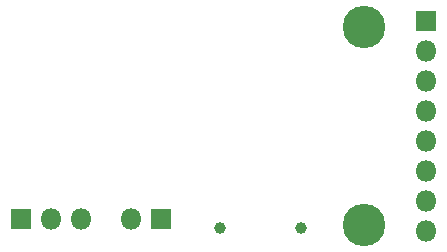
<source format=gbr>
%TF.GenerationSoftware,KiCad,Pcbnew,(5.1.6)-1*%
%TF.CreationDate,2021-08-02T23:36:40+08:00*%
%TF.ProjectId,wireless_measurement_ard,77697265-6c65-4737-935f-6d6561737572,rev?*%
%TF.SameCoordinates,Original*%
%TF.FileFunction,Soldermask,Bot*%
%TF.FilePolarity,Negative*%
%FSLAX46Y46*%
G04 Gerber Fmt 4.6, Leading zero omitted, Abs format (unit mm)*
G04 Created by KiCad (PCBNEW (5.1.6)-1) date 2021-08-02 23:36:40*
%MOMM*%
%LPD*%
G01*
G04 APERTURE LIST*
%ADD10C,1.000000*%
%ADD11O,1.800000X1.800000*%
%ADD12R,1.800000X1.800000*%
%ADD13C,3.600000*%
G04 APERTURE END LIST*
D10*
%TO.C,SW1*%
X164650000Y-94250000D03*
X157850000Y-94250000D03*
%TD*%
D11*
%TO.C,EFM8_Prog1*%
X146080000Y-93500000D03*
X143540000Y-93500000D03*
D12*
X141000000Y-93500000D03*
%TD*%
D11*
%TO.C,J1*%
X175250000Y-94530000D03*
X175250000Y-91990000D03*
X175250000Y-89450000D03*
X175250000Y-86910000D03*
X175250000Y-84370000D03*
X175250000Y-81830000D03*
X175250000Y-79290000D03*
D12*
X175250000Y-76750000D03*
%TD*%
D11*
%TO.C,Battery1*%
X150250000Y-93500000D03*
D12*
X152790000Y-93500000D03*
%TD*%
D13*
%TO.C,H1*%
X170000000Y-94000000D03*
%TD*%
%TO.C,H2*%
X170000000Y-77250000D03*
%TD*%
M02*

</source>
